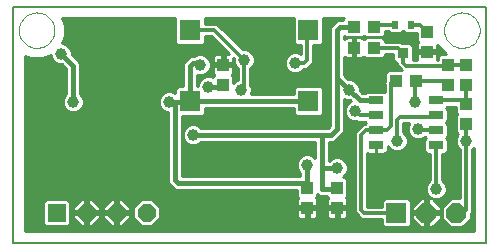
<source format=gbl>
G75*
G70*
%OFA0B0*%
%FSLAX24Y24*%
%IPPOS*%
%LPD*%
%AMOC8*
5,1,8,0,0,1.08239X$1,22.5*
%
%ADD10C,0.0080*%
%ADD11C,0.0000*%
%ADD12R,0.0689X0.0709*%
%ADD13R,0.0500X0.0250*%
%ADD14R,0.0394X0.0433*%
%ADD15R,0.0433X0.0394*%
%ADD16R,0.0354X0.0354*%
%ADD17R,0.0236X0.0276*%
%ADD18R,0.0660X0.0660*%
%ADD19OC8,0.0660*%
%ADD20R,0.0594X0.0594*%
%ADD21OC8,0.0594*%
%ADD22C,0.0100*%
%ADD23C,0.0396*%
%ADD24C,0.0160*%
%ADD25C,0.0120*%
D10*
X004890Y003078D02*
X004890Y010952D01*
X020638Y010952D01*
X020638Y003078D01*
X004890Y003078D01*
D11*
X005086Y010165D02*
X005088Y010213D01*
X005094Y010261D01*
X005104Y010308D01*
X005117Y010354D01*
X005135Y010399D01*
X005155Y010443D01*
X005180Y010485D01*
X005208Y010524D01*
X005238Y010561D01*
X005272Y010595D01*
X005309Y010627D01*
X005347Y010656D01*
X005388Y010681D01*
X005431Y010703D01*
X005476Y010721D01*
X005522Y010735D01*
X005569Y010746D01*
X005617Y010753D01*
X005665Y010756D01*
X005713Y010755D01*
X005761Y010750D01*
X005809Y010741D01*
X005855Y010729D01*
X005900Y010712D01*
X005944Y010692D01*
X005986Y010669D01*
X006026Y010642D01*
X006064Y010612D01*
X006099Y010579D01*
X006131Y010543D01*
X006161Y010505D01*
X006187Y010464D01*
X006209Y010421D01*
X006229Y010377D01*
X006244Y010332D01*
X006256Y010285D01*
X006264Y010237D01*
X006268Y010189D01*
X006268Y010141D01*
X006264Y010093D01*
X006256Y010045D01*
X006244Y009998D01*
X006229Y009953D01*
X006209Y009909D01*
X006187Y009866D01*
X006161Y009825D01*
X006131Y009787D01*
X006099Y009751D01*
X006064Y009718D01*
X006026Y009688D01*
X005986Y009661D01*
X005944Y009638D01*
X005900Y009618D01*
X005855Y009601D01*
X005809Y009589D01*
X005761Y009580D01*
X005713Y009575D01*
X005665Y009574D01*
X005617Y009577D01*
X005569Y009584D01*
X005522Y009595D01*
X005476Y009609D01*
X005431Y009627D01*
X005388Y009649D01*
X005347Y009674D01*
X005309Y009703D01*
X005272Y009735D01*
X005238Y009769D01*
X005208Y009806D01*
X005180Y009845D01*
X005155Y009887D01*
X005135Y009931D01*
X005117Y009976D01*
X005104Y010022D01*
X005094Y010069D01*
X005088Y010117D01*
X005086Y010165D01*
X019260Y010165D02*
X019262Y010213D01*
X019268Y010261D01*
X019278Y010308D01*
X019291Y010354D01*
X019309Y010399D01*
X019329Y010443D01*
X019354Y010485D01*
X019382Y010524D01*
X019412Y010561D01*
X019446Y010595D01*
X019483Y010627D01*
X019521Y010656D01*
X019562Y010681D01*
X019605Y010703D01*
X019650Y010721D01*
X019696Y010735D01*
X019743Y010746D01*
X019791Y010753D01*
X019839Y010756D01*
X019887Y010755D01*
X019935Y010750D01*
X019983Y010741D01*
X020029Y010729D01*
X020074Y010712D01*
X020118Y010692D01*
X020160Y010669D01*
X020200Y010642D01*
X020238Y010612D01*
X020273Y010579D01*
X020305Y010543D01*
X020335Y010505D01*
X020361Y010464D01*
X020383Y010421D01*
X020403Y010377D01*
X020418Y010332D01*
X020430Y010285D01*
X020438Y010237D01*
X020442Y010189D01*
X020442Y010141D01*
X020438Y010093D01*
X020430Y010045D01*
X020418Y009998D01*
X020403Y009953D01*
X020383Y009909D01*
X020361Y009866D01*
X020335Y009825D01*
X020305Y009787D01*
X020273Y009751D01*
X020238Y009718D01*
X020200Y009688D01*
X020160Y009661D01*
X020118Y009638D01*
X020074Y009618D01*
X020029Y009601D01*
X019983Y009589D01*
X019935Y009580D01*
X019887Y009575D01*
X019839Y009574D01*
X019791Y009577D01*
X019743Y009584D01*
X019696Y009595D01*
X019650Y009609D01*
X019605Y009627D01*
X019562Y009649D01*
X019521Y009674D01*
X019483Y009703D01*
X019446Y009735D01*
X019412Y009769D01*
X019382Y009806D01*
X019354Y009845D01*
X019329Y009887D01*
X019309Y009931D01*
X019291Y009976D01*
X019278Y010022D01*
X019268Y010069D01*
X019262Y010117D01*
X019260Y010165D01*
D12*
X014733Y010165D03*
X014733Y007803D03*
X010796Y007803D03*
X010796Y010165D03*
D13*
X016990Y007828D03*
X016990Y007328D03*
X016990Y006828D03*
X016990Y006328D03*
X018990Y006328D03*
X018990Y006828D03*
X018990Y007328D03*
X018990Y007828D03*
D14*
X019390Y008344D03*
X019990Y008344D03*
X019990Y007713D03*
X019990Y007044D03*
X019990Y009013D03*
X019390Y009013D03*
X018690Y009444D03*
X018690Y010113D03*
X011890Y009013D03*
X011890Y008344D03*
X014690Y004913D03*
X015690Y004913D03*
X015690Y004244D03*
X014690Y004244D03*
D15*
X017655Y008478D03*
X018325Y008478D03*
X016925Y009578D03*
X016255Y009578D03*
X016255Y010278D03*
X016925Y010278D03*
D16*
X017890Y009406D03*
D17*
X017634Y010351D03*
X018146Y010351D03*
D18*
X017670Y004078D03*
D19*
X018670Y004078D03*
X019670Y004078D03*
D20*
X006343Y004078D03*
D21*
X007343Y004078D03*
X008343Y004078D03*
X009343Y004078D03*
D22*
X009664Y003768D02*
X017190Y003768D01*
X017190Y003686D02*
X017277Y003598D01*
X018062Y003598D01*
X018150Y003686D01*
X018150Y004470D01*
X018062Y004558D01*
X017277Y004558D01*
X017190Y004470D01*
X017190Y004288D01*
X016700Y004288D01*
X016700Y006059D01*
X016720Y006053D01*
X016978Y006053D01*
X016978Y006316D01*
X017003Y006316D01*
X017003Y006053D01*
X017260Y006053D01*
X017298Y006064D01*
X017332Y006083D01*
X017360Y006111D01*
X017380Y006145D01*
X017390Y006184D01*
X017390Y006293D01*
X017395Y006281D01*
X017493Y006183D01*
X017621Y006130D01*
X017759Y006130D01*
X017887Y006183D01*
X017985Y006281D01*
X018038Y006409D01*
X018038Y006548D01*
X017985Y006676D01*
X017900Y006761D01*
X017900Y007068D01*
X018092Y007068D01*
X018042Y006948D01*
X018042Y006809D01*
X018095Y006681D01*
X018193Y006583D01*
X018321Y006530D01*
X018459Y006530D01*
X018587Y006583D01*
X018618Y006614D01*
X018653Y006578D01*
X018590Y006515D01*
X018590Y006141D01*
X018678Y006053D01*
X018780Y006053D01*
X018780Y005161D01*
X018695Y005076D01*
X018642Y004948D01*
X018642Y004809D01*
X018695Y004681D01*
X018793Y004583D01*
X018853Y004558D01*
X018718Y004558D01*
X018718Y004127D01*
X018621Y004127D01*
X018621Y004558D01*
X018471Y004558D01*
X018190Y004277D01*
X018190Y004127D01*
X018621Y004127D01*
X018621Y004030D01*
X018190Y004030D01*
X018190Y003880D01*
X018471Y003598D01*
X018621Y003598D01*
X018621Y004030D01*
X018718Y004030D01*
X018718Y004127D01*
X019150Y004127D01*
X019150Y004277D01*
X018879Y004547D01*
X018921Y004530D01*
X019059Y004530D01*
X019187Y004583D01*
X019285Y004681D01*
X019338Y004809D01*
X019338Y004948D01*
X019285Y005076D01*
X019200Y005161D01*
X019200Y006053D01*
X019302Y006053D01*
X019390Y006141D01*
X019390Y006515D01*
X019327Y006578D01*
X019390Y006641D01*
X019390Y007015D01*
X019327Y007078D01*
X019390Y007141D01*
X019390Y007515D01*
X019327Y007578D01*
X019367Y007618D01*
X019643Y007618D01*
X019643Y007434D01*
X019699Y007378D01*
X019643Y007322D01*
X019643Y006765D01*
X019714Y006694D01*
X019695Y006676D01*
X019642Y006548D01*
X019642Y006409D01*
X019695Y006281D01*
X019780Y006196D01*
X019780Y004558D01*
X019471Y004558D01*
X019190Y004277D01*
X019190Y003880D01*
X019471Y003598D01*
X019868Y003598D01*
X020150Y003880D01*
X020150Y004041D01*
X020200Y004091D01*
X020200Y006196D01*
X020248Y006244D01*
X020248Y003468D01*
X005280Y003468D01*
X005280Y009312D01*
X005490Y009224D01*
X005865Y009224D01*
X006142Y009339D01*
X006142Y009309D01*
X006195Y009181D01*
X006293Y009083D01*
X006421Y009030D01*
X006513Y009030D01*
X006660Y008883D01*
X006660Y008041D01*
X006595Y007976D01*
X006542Y007848D01*
X006542Y007709D01*
X006595Y007581D01*
X006693Y007483D01*
X006821Y007430D01*
X006959Y007430D01*
X007087Y007483D01*
X007185Y007581D01*
X007238Y007709D01*
X007238Y007848D01*
X007185Y007976D01*
X007120Y008041D01*
X007120Y009074D01*
X006838Y009356D01*
X006838Y009448D01*
X006785Y009576D01*
X006687Y009673D01*
X006559Y009726D01*
X006514Y009726D01*
X006618Y009978D01*
X006618Y010352D01*
X006531Y010562D01*
X010301Y010562D01*
X010301Y009748D01*
X010389Y009661D01*
X011202Y009661D01*
X011290Y009748D01*
X011290Y009968D01*
X011503Y009968D01*
X012092Y009380D01*
X011938Y009380D01*
X011938Y009061D01*
X011842Y009061D01*
X011842Y008965D01*
X011543Y008965D01*
X011543Y008777D01*
X011553Y008739D01*
X011573Y008704D01*
X011599Y008678D01*
X011543Y008622D01*
X011543Y008592D01*
X011459Y008626D01*
X011321Y008626D01*
X011193Y008573D01*
X011095Y008476D01*
X011042Y008348D01*
X011042Y008307D01*
X011026Y008307D01*
X011026Y008684D01*
X011061Y008669D01*
X011200Y008669D01*
X011328Y008722D01*
X011426Y008820D01*
X011479Y008948D01*
X011479Y009087D01*
X011543Y009087D01*
X011543Y009061D02*
X011842Y009061D01*
X011842Y009380D01*
X011673Y009380D01*
X011635Y009369D01*
X011601Y009350D01*
X011573Y009322D01*
X011553Y009287D01*
X011543Y009249D01*
X011543Y009061D01*
X011479Y009087D02*
X011426Y009215D01*
X011328Y009312D01*
X011200Y009365D01*
X011061Y009365D01*
X010933Y009312D01*
X010929Y009308D01*
X010795Y009308D01*
X010660Y009174D01*
X010566Y009079D01*
X010566Y008307D01*
X010389Y008307D01*
X010301Y008219D01*
X010301Y008060D01*
X010287Y008073D01*
X010159Y008126D01*
X010021Y008126D01*
X009893Y008073D01*
X009795Y007976D01*
X009742Y007848D01*
X009742Y007709D01*
X009795Y007581D01*
X009893Y007483D01*
X010021Y007430D01*
X010060Y007430D01*
X010060Y005083D01*
X010195Y004948D01*
X010295Y004848D01*
X014343Y004848D01*
X014343Y004634D01*
X014399Y004578D01*
X014373Y004552D01*
X014353Y004518D01*
X014343Y004480D01*
X014343Y004292D01*
X014642Y004292D01*
X014642Y004195D01*
X014738Y004195D01*
X014738Y003877D01*
X014907Y003877D01*
X014945Y003887D01*
X014979Y003907D01*
X015007Y003935D01*
X015027Y003969D01*
X015037Y004007D01*
X015037Y004195D01*
X014738Y004195D01*
X014738Y004292D01*
X015037Y004292D01*
X015037Y004480D01*
X015027Y004518D01*
X015007Y004552D01*
X014981Y004578D01*
X015037Y004634D01*
X015037Y004706D01*
X015095Y004648D01*
X015343Y004648D01*
X015343Y004634D01*
X015399Y004578D01*
X015373Y004552D01*
X015353Y004518D01*
X015343Y004480D01*
X015343Y004292D01*
X015642Y004292D01*
X015642Y004195D01*
X015738Y004195D01*
X015738Y003877D01*
X015907Y003877D01*
X015945Y003887D01*
X015979Y003907D01*
X016007Y003935D01*
X016027Y003969D01*
X016037Y004007D01*
X016037Y004195D01*
X015738Y004195D01*
X015738Y004292D01*
X016037Y004292D01*
X016037Y004480D01*
X016027Y004518D01*
X016007Y004552D01*
X015981Y004578D01*
X016037Y004634D01*
X016037Y005192D01*
X015949Y005280D01*
X015878Y005280D01*
X015887Y005283D01*
X015985Y005381D01*
X016038Y005509D01*
X016038Y005648D01*
X015985Y005776D01*
X015887Y005873D01*
X015759Y005926D01*
X015621Y005926D01*
X015493Y005873D01*
X015428Y005808D01*
X015420Y005808D01*
X015420Y006448D01*
X015585Y006448D01*
X015785Y006648D01*
X015920Y006783D01*
X015920Y007872D01*
X016021Y007830D01*
X016113Y007830D01*
X016147Y007796D01*
X016093Y007773D01*
X015995Y007676D01*
X015942Y007548D01*
X015942Y007409D01*
X015995Y007281D01*
X016093Y007183D01*
X016221Y007130D01*
X016341Y007130D01*
X016353Y007118D01*
X016613Y007118D01*
X016653Y007078D01*
X016613Y007038D01*
X016553Y007038D01*
X016280Y006765D01*
X016280Y004091D01*
X016380Y003991D01*
X016503Y003868D01*
X017190Y003868D01*
X017190Y003686D01*
X017206Y003669D02*
X009566Y003669D01*
X009528Y003631D02*
X009790Y003893D01*
X009790Y004263D01*
X009528Y004525D01*
X009158Y004525D01*
X008896Y004263D01*
X008896Y003893D01*
X009158Y003631D01*
X009528Y003631D01*
X009763Y003866D02*
X017190Y003866D01*
X017190Y004359D02*
X016700Y004359D01*
X016700Y004457D02*
X017190Y004457D01*
X017275Y004556D02*
X016700Y004556D01*
X016700Y004654D02*
X018722Y004654D01*
X018718Y004556D02*
X018621Y004556D01*
X018621Y004457D02*
X018718Y004457D01*
X018718Y004359D02*
X018621Y004359D01*
X018621Y004260D02*
X018718Y004260D01*
X018718Y004162D02*
X018621Y004162D01*
X018621Y004063D02*
X018150Y004063D01*
X018150Y003965D02*
X018190Y003965D01*
X018203Y003866D02*
X018150Y003866D01*
X018150Y003768D02*
X018301Y003768D01*
X018400Y003669D02*
X018133Y003669D01*
X018621Y003669D02*
X018718Y003669D01*
X018718Y003598D02*
X018868Y003598D01*
X019150Y003880D01*
X019150Y004030D01*
X018718Y004030D01*
X018718Y003598D01*
X018718Y003768D02*
X018621Y003768D01*
X018621Y003866D02*
X018718Y003866D01*
X018718Y003965D02*
X018621Y003965D01*
X018718Y004063D02*
X019190Y004063D01*
X019190Y003965D02*
X019150Y003965D01*
X019136Y003866D02*
X019203Y003866D01*
X019301Y003768D02*
X019038Y003768D01*
X018939Y003669D02*
X019400Y003669D01*
X019939Y003669D02*
X020248Y003669D01*
X020248Y003571D02*
X005280Y003571D01*
X005280Y003669D02*
X005946Y003669D01*
X005984Y003631D02*
X006702Y003631D01*
X006790Y003719D01*
X006790Y004437D01*
X006702Y004525D01*
X005984Y004525D01*
X005896Y004437D01*
X005896Y003719D01*
X005984Y003631D01*
X005896Y003768D02*
X005280Y003768D01*
X005280Y003866D02*
X005896Y003866D01*
X005896Y003965D02*
X005280Y003965D01*
X005280Y004063D02*
X005896Y004063D01*
X005896Y004162D02*
X005280Y004162D01*
X005280Y004260D02*
X005896Y004260D01*
X005896Y004359D02*
X005280Y004359D01*
X005280Y004457D02*
X005916Y004457D01*
X005280Y004556D02*
X014377Y004556D01*
X014343Y004654D02*
X005280Y004654D01*
X005280Y004753D02*
X014343Y004753D01*
X014343Y004457D02*
X009596Y004457D01*
X009694Y004359D02*
X014343Y004359D01*
X014343Y004195D02*
X014343Y004007D01*
X014353Y003969D01*
X014373Y003935D01*
X014401Y003907D01*
X014435Y003887D01*
X014473Y003877D01*
X014642Y003877D01*
X014642Y004195D01*
X014343Y004195D01*
X014343Y004162D02*
X009790Y004162D01*
X009790Y004260D02*
X014642Y004260D01*
X014738Y004260D02*
X015642Y004260D01*
X015642Y004195D02*
X015343Y004195D01*
X015343Y004007D01*
X015353Y003969D01*
X015373Y003935D01*
X015401Y003907D01*
X015435Y003887D01*
X015473Y003877D01*
X015642Y003877D01*
X015642Y004195D01*
X015642Y004162D02*
X015738Y004162D01*
X015738Y004260D02*
X016280Y004260D01*
X016280Y004162D02*
X016037Y004162D01*
X016037Y004063D02*
X016308Y004063D01*
X016380Y003991D02*
X016380Y003991D01*
X016407Y003965D02*
X016024Y003965D01*
X015738Y003965D02*
X015642Y003965D01*
X015642Y004063D02*
X015738Y004063D01*
X015356Y003965D02*
X015024Y003965D01*
X015037Y004063D02*
X015343Y004063D01*
X015343Y004162D02*
X015037Y004162D01*
X015037Y004359D02*
X015343Y004359D01*
X015343Y004457D02*
X015037Y004457D01*
X015003Y004556D02*
X015377Y004556D01*
X015089Y004654D02*
X015037Y004654D01*
X014738Y004162D02*
X014642Y004162D01*
X014642Y004063D02*
X014738Y004063D01*
X014738Y003965D02*
X014642Y003965D01*
X014356Y003965D02*
X009790Y003965D01*
X009790Y004063D02*
X014343Y004063D01*
X016037Y004359D02*
X016280Y004359D01*
X016280Y004457D02*
X016037Y004457D01*
X016003Y004556D02*
X016280Y004556D01*
X016280Y004654D02*
X016037Y004654D01*
X016037Y004753D02*
X016280Y004753D01*
X016280Y004851D02*
X016037Y004851D01*
X016037Y004950D02*
X016280Y004950D01*
X016280Y005048D02*
X016037Y005048D01*
X016037Y005147D02*
X016280Y005147D01*
X016280Y005245D02*
X015983Y005245D01*
X015948Y005344D02*
X016280Y005344D01*
X016280Y005442D02*
X016010Y005442D01*
X016038Y005541D02*
X016280Y005541D01*
X016280Y005639D02*
X016038Y005639D01*
X016001Y005738D02*
X016280Y005738D01*
X016280Y005836D02*
X015924Y005836D01*
X016280Y005935D02*
X015420Y005935D01*
X015420Y006033D02*
X016280Y006033D01*
X016280Y006132D02*
X015420Y006132D01*
X015420Y006230D02*
X016280Y006230D01*
X016280Y006329D02*
X015420Y006329D01*
X015420Y006427D02*
X016280Y006427D01*
X016280Y006526D02*
X015663Y006526D01*
X015761Y006624D02*
X016280Y006624D01*
X016280Y006723D02*
X015860Y006723D01*
X015920Y006821D02*
X016336Y006821D01*
X016435Y006920D02*
X015920Y006920D01*
X015920Y007018D02*
X016533Y007018D01*
X016614Y007117D02*
X015920Y007117D01*
X015920Y007215D02*
X016061Y007215D01*
X015981Y007314D02*
X015920Y007314D01*
X015920Y007412D02*
X015942Y007412D01*
X015942Y007511D02*
X015920Y007511D01*
X015920Y007609D02*
X015968Y007609D01*
X015920Y007708D02*
X016027Y007708D01*
X015920Y007806D02*
X016137Y007806D01*
X016438Y008156D02*
X016535Y008058D01*
X016633Y008058D01*
X016678Y008103D01*
X017280Y008103D01*
X017280Y008373D01*
X017263Y008417D01*
X017280Y008457D01*
X017280Y008500D01*
X017289Y008509D01*
X017289Y008737D01*
X017377Y008825D01*
X017846Y008825D01*
X017780Y008891D01*
X017680Y008991D01*
X017680Y009079D01*
X017651Y009079D01*
X017563Y009167D01*
X017563Y009368D01*
X017291Y009368D01*
X017291Y009319D01*
X017203Y009231D01*
X016646Y009231D01*
X016590Y009287D01*
X016564Y009261D01*
X016530Y009242D01*
X016492Y009231D01*
X016304Y009231D01*
X016304Y009530D01*
X016207Y009530D01*
X016207Y009231D01*
X016019Y009231D01*
X015981Y009242D01*
X015947Y009261D01*
X015920Y009288D01*
X015920Y008674D01*
X016067Y008526D01*
X016159Y008526D01*
X016287Y008473D01*
X016385Y008376D01*
X016438Y008248D01*
X016438Y008156D01*
X016438Y008200D02*
X017280Y008200D01*
X017280Y008299D02*
X016417Y008299D01*
X016363Y008397D02*
X017270Y008397D01*
X017280Y008496D02*
X016233Y008496D01*
X015999Y008594D02*
X017289Y008594D01*
X017289Y008693D02*
X015920Y008693D01*
X015920Y008791D02*
X017343Y008791D01*
X017683Y008988D02*
X015920Y008988D01*
X015920Y008890D02*
X017782Y008890D01*
X017643Y009087D02*
X015920Y009087D01*
X015920Y009185D02*
X017563Y009185D01*
X017563Y009284D02*
X017256Y009284D01*
X017291Y009788D02*
X017291Y009837D01*
X017203Y009925D01*
X016646Y009925D01*
X016590Y009869D01*
X016564Y009895D01*
X016530Y009915D01*
X016492Y009925D01*
X016304Y009925D01*
X016304Y009627D01*
X016207Y009627D01*
X016207Y009925D01*
X016019Y009925D01*
X015981Y009915D01*
X015947Y009895D01*
X015920Y009869D01*
X015920Y009988D01*
X015977Y009931D01*
X016534Y009931D01*
X016590Y009987D01*
X016646Y009931D01*
X017203Y009931D01*
X017291Y010019D01*
X017291Y010141D01*
X017376Y010141D01*
X017454Y010063D01*
X017814Y010063D01*
X017890Y010139D01*
X017966Y010063D01*
X018326Y010063D01*
X018343Y010080D01*
X018343Y009834D01*
X018399Y009778D01*
X018373Y009752D01*
X018353Y009718D01*
X018343Y009680D01*
X018343Y009492D01*
X018642Y009492D01*
X018642Y009395D01*
X018343Y009395D01*
X018343Y009207D01*
X018348Y009188D01*
X018217Y009188D01*
X018217Y009645D01*
X018129Y009733D01*
X017860Y009733D01*
X017805Y009788D01*
X017291Y009788D01*
X017254Y009875D02*
X018343Y009875D01*
X018343Y009973D02*
X017245Y009973D01*
X017291Y010072D02*
X017445Y010072D01*
X017823Y010072D02*
X017957Y010072D01*
X018335Y010072D02*
X018343Y010072D01*
X018397Y009776D02*
X017817Y009776D01*
X018185Y009678D02*
X018343Y009678D01*
X018343Y009579D02*
X018217Y009579D01*
X018217Y009481D02*
X018642Y009481D01*
X018738Y009481D02*
X019205Y009481D01*
X019131Y009380D02*
X019043Y009292D01*
X019043Y009188D01*
X019032Y009188D01*
X019037Y009207D01*
X019037Y009395D01*
X018738Y009395D01*
X018738Y009492D01*
X019037Y009492D01*
X019037Y009672D01*
X019053Y009632D01*
X019306Y009380D01*
X019131Y009380D01*
X019037Y009382D02*
X019303Y009382D01*
X019043Y009284D02*
X019037Y009284D01*
X019037Y009579D02*
X019106Y009579D01*
X018343Y009382D02*
X018217Y009382D01*
X018217Y009284D02*
X018343Y009284D01*
X016594Y009284D02*
X016586Y009284D01*
X016304Y009284D02*
X016207Y009284D01*
X016207Y009382D02*
X016304Y009382D01*
X016304Y009481D02*
X016207Y009481D01*
X016207Y009678D02*
X016304Y009678D01*
X016304Y009776D02*
X016207Y009776D01*
X016207Y009875D02*
X016304Y009875D01*
X016584Y009875D02*
X016596Y009875D01*
X016604Y009973D02*
X016576Y009973D01*
X015935Y009973D02*
X015920Y009973D01*
X015920Y009875D02*
X015926Y009875D01*
X015460Y009875D02*
X015227Y009875D01*
X015227Y009973D02*
X015460Y009973D01*
X015460Y010072D02*
X015227Y010072D01*
X015227Y010170D02*
X015460Y010170D01*
X015460Y010269D02*
X015227Y010269D01*
X015227Y010367D02*
X015554Y010367D01*
X015595Y010408D02*
X015460Y010274D01*
X015460Y006974D01*
X015395Y006908D01*
X011152Y006908D01*
X011087Y006973D01*
X010959Y007026D01*
X010821Y007026D01*
X010693Y006973D01*
X010595Y006876D01*
X010542Y006748D01*
X010542Y006609D01*
X010595Y006481D01*
X010693Y006383D01*
X010821Y006330D01*
X010959Y006330D01*
X011087Y006383D01*
X011152Y006448D01*
X014960Y006448D01*
X014960Y005901D01*
X014887Y005973D01*
X014759Y006026D01*
X014621Y006026D01*
X014493Y005973D01*
X014395Y005876D01*
X014342Y005748D01*
X014342Y005609D01*
X014395Y005481D01*
X014460Y005416D01*
X014460Y005308D01*
X010520Y005308D01*
X010520Y007298D01*
X011202Y007298D01*
X011290Y007386D01*
X011290Y007573D01*
X014238Y007573D01*
X014238Y007386D01*
X014326Y007298D01*
X015139Y007298D01*
X015227Y007386D01*
X015227Y008219D01*
X015139Y008307D01*
X014326Y008307D01*
X014238Y008219D01*
X014238Y008033D01*
X012807Y008033D01*
X012838Y008109D01*
X012838Y008248D01*
X012800Y008340D01*
X012800Y008896D01*
X012885Y008981D01*
X012938Y009109D01*
X012938Y009248D01*
X012885Y009376D01*
X012787Y009473D01*
X012659Y009526D01*
X012539Y009526D01*
X011800Y010265D01*
X011677Y010388D01*
X011290Y010388D01*
X011290Y010562D01*
X014238Y010562D01*
X014238Y009748D01*
X014326Y009661D01*
X014480Y009661D01*
X014480Y009376D01*
X014359Y009426D01*
X014221Y009426D01*
X014093Y009373D01*
X013995Y009276D01*
X013942Y009148D01*
X013942Y009009D01*
X013995Y008881D01*
X014093Y008783D01*
X014221Y008730D01*
X014359Y008730D01*
X014487Y008783D01*
X014572Y008868D01*
X014677Y008868D01*
X014777Y008968D01*
X014900Y009091D01*
X014900Y009661D01*
X015139Y009661D01*
X015227Y009748D01*
X015227Y010562D01*
X015914Y010562D01*
X015889Y010537D01*
X015889Y010508D01*
X015695Y010508D01*
X015595Y010408D01*
X015652Y010466D02*
X015227Y010466D01*
X014238Y010466D02*
X011290Y010466D01*
X011698Y010367D02*
X014238Y010367D01*
X014238Y010269D02*
X011796Y010269D01*
X011895Y010170D02*
X014238Y010170D01*
X014238Y010072D02*
X011993Y010072D01*
X012092Y009973D02*
X014238Y009973D01*
X014238Y009875D02*
X012190Y009875D01*
X012289Y009776D02*
X014238Y009776D01*
X014309Y009678D02*
X012387Y009678D01*
X012486Y009579D02*
X014480Y009579D01*
X014480Y009481D02*
X012769Y009481D01*
X012878Y009382D02*
X014114Y009382D01*
X014003Y009284D02*
X012923Y009284D01*
X012938Y009185D02*
X013958Y009185D01*
X013942Y009087D02*
X012929Y009087D01*
X012888Y008988D02*
X013951Y008988D01*
X013991Y008890D02*
X012800Y008890D01*
X012800Y008791D02*
X014085Y008791D01*
X014495Y008791D02*
X015460Y008791D01*
X015460Y008693D02*
X012800Y008693D01*
X012800Y008594D02*
X015460Y008594D01*
X015460Y008496D02*
X012800Y008496D01*
X012800Y008397D02*
X015460Y008397D01*
X015460Y008299D02*
X015147Y008299D01*
X015227Y008200D02*
X015460Y008200D01*
X015460Y008102D02*
X015227Y008102D01*
X015227Y008003D02*
X015460Y008003D01*
X015460Y007905D02*
X015227Y007905D01*
X015227Y007806D02*
X015460Y007806D01*
X015460Y007708D02*
X015227Y007708D01*
X015227Y007609D02*
X015460Y007609D01*
X015460Y007511D02*
X015227Y007511D01*
X015227Y007412D02*
X015460Y007412D01*
X015460Y007314D02*
X015155Y007314D01*
X015460Y007215D02*
X010520Y007215D01*
X010520Y007117D02*
X015460Y007117D01*
X015460Y007018D02*
X010979Y007018D01*
X010801Y007018D02*
X010520Y007018D01*
X010520Y006920D02*
X010639Y006920D01*
X010572Y006821D02*
X010520Y006821D01*
X010520Y006723D02*
X010542Y006723D01*
X010542Y006624D02*
X010520Y006624D01*
X010520Y006526D02*
X010576Y006526D01*
X010520Y006427D02*
X010649Y006427D01*
X010520Y006329D02*
X014960Y006329D01*
X014960Y006427D02*
X011131Y006427D01*
X011141Y006920D02*
X015406Y006920D01*
X014960Y006230D02*
X010520Y006230D01*
X010520Y006132D02*
X014960Y006132D01*
X014960Y006033D02*
X010520Y006033D01*
X010520Y005935D02*
X014454Y005935D01*
X014379Y005836D02*
X010520Y005836D01*
X010520Y005738D02*
X014342Y005738D01*
X014342Y005639D02*
X010520Y005639D01*
X010520Y005541D02*
X014370Y005541D01*
X014434Y005442D02*
X010520Y005442D01*
X010520Y005344D02*
X014460Y005344D01*
X014926Y005935D02*
X014960Y005935D01*
X015420Y005836D02*
X015456Y005836D01*
X016700Y005836D02*
X018780Y005836D01*
X018780Y005738D02*
X016700Y005738D01*
X016700Y005639D02*
X018780Y005639D01*
X018780Y005541D02*
X016700Y005541D01*
X016700Y005442D02*
X018780Y005442D01*
X018780Y005344D02*
X016700Y005344D01*
X016700Y005245D02*
X018780Y005245D01*
X018766Y005147D02*
X016700Y005147D01*
X016700Y005048D02*
X018684Y005048D01*
X018643Y004950D02*
X016700Y004950D01*
X016700Y004851D02*
X018642Y004851D01*
X018665Y004753D02*
X016700Y004753D01*
X018064Y004556D02*
X018468Y004556D01*
X018370Y004457D02*
X018150Y004457D01*
X018150Y004359D02*
X018271Y004359D01*
X018190Y004260D02*
X018150Y004260D01*
X018150Y004162D02*
X018190Y004162D01*
X018969Y004457D02*
X019370Y004457D01*
X019271Y004359D02*
X019068Y004359D01*
X019150Y004260D02*
X019190Y004260D01*
X019190Y004162D02*
X019150Y004162D01*
X019121Y004556D02*
X019468Y004556D01*
X019258Y004654D02*
X019780Y004654D01*
X019780Y004753D02*
X019315Y004753D01*
X019338Y004851D02*
X019780Y004851D01*
X019780Y004950D02*
X019337Y004950D01*
X019296Y005048D02*
X019780Y005048D01*
X019780Y005147D02*
X019214Y005147D01*
X019200Y005245D02*
X019780Y005245D01*
X019780Y005344D02*
X019200Y005344D01*
X019200Y005442D02*
X019780Y005442D01*
X019780Y005541D02*
X019200Y005541D01*
X019200Y005639D02*
X019780Y005639D01*
X019780Y005738D02*
X019200Y005738D01*
X019200Y005836D02*
X019780Y005836D01*
X019780Y005935D02*
X019200Y005935D01*
X019200Y006033D02*
X019780Y006033D01*
X019780Y006132D02*
X019381Y006132D01*
X019390Y006230D02*
X019746Y006230D01*
X019675Y006329D02*
X019390Y006329D01*
X019390Y006427D02*
X019642Y006427D01*
X019642Y006526D02*
X019380Y006526D01*
X019373Y006624D02*
X019674Y006624D01*
X019685Y006723D02*
X019390Y006723D01*
X019390Y006821D02*
X019643Y006821D01*
X019643Y006920D02*
X019390Y006920D01*
X019387Y007018D02*
X019643Y007018D01*
X019643Y007117D02*
X019366Y007117D01*
X019390Y007215D02*
X019643Y007215D01*
X019643Y007314D02*
X019390Y007314D01*
X019390Y007412D02*
X019665Y007412D01*
X019643Y007511D02*
X019390Y007511D01*
X019358Y007609D02*
X019643Y007609D01*
X018071Y007018D02*
X017900Y007018D01*
X017900Y006920D02*
X018042Y006920D01*
X018042Y006821D02*
X017900Y006821D01*
X017938Y006723D02*
X018078Y006723D01*
X018006Y006624D02*
X018152Y006624D01*
X018038Y006526D02*
X018600Y006526D01*
X018590Y006427D02*
X018038Y006427D01*
X018005Y006329D02*
X018590Y006329D01*
X018590Y006230D02*
X017934Y006230D01*
X017763Y006132D02*
X018599Y006132D01*
X018780Y006033D02*
X016700Y006033D01*
X016700Y005935D02*
X018780Y005935D01*
X017617Y006132D02*
X017372Y006132D01*
X017390Y006230D02*
X017446Y006230D01*
X017003Y006230D02*
X016978Y006230D01*
X016978Y006132D02*
X017003Y006132D01*
X014310Y007314D02*
X011218Y007314D01*
X011290Y007412D02*
X014238Y007412D01*
X014238Y007511D02*
X011290Y007511D01*
X010301Y008102D02*
X010219Y008102D01*
X010301Y008200D02*
X007120Y008200D01*
X007120Y008102D02*
X009961Y008102D01*
X009823Y008003D02*
X007157Y008003D01*
X007214Y007905D02*
X009766Y007905D01*
X009742Y007806D02*
X007238Y007806D01*
X007238Y007708D02*
X009742Y007708D01*
X009783Y007609D02*
X007197Y007609D01*
X007115Y007511D02*
X009865Y007511D01*
X010060Y007412D02*
X005280Y007412D01*
X005280Y007314D02*
X010060Y007314D01*
X010060Y007215D02*
X005280Y007215D01*
X005280Y007117D02*
X010060Y007117D01*
X010060Y007018D02*
X005280Y007018D01*
X005280Y006920D02*
X010060Y006920D01*
X010060Y006821D02*
X005280Y006821D01*
X005280Y006723D02*
X010060Y006723D01*
X010060Y006624D02*
X005280Y006624D01*
X005280Y006526D02*
X010060Y006526D01*
X010060Y006427D02*
X005280Y006427D01*
X005280Y006329D02*
X010060Y006329D01*
X010060Y006230D02*
X005280Y006230D01*
X005280Y006132D02*
X010060Y006132D01*
X010060Y006033D02*
X005280Y006033D01*
X005280Y005935D02*
X010060Y005935D01*
X010060Y005836D02*
X005280Y005836D01*
X005280Y005738D02*
X010060Y005738D01*
X010060Y005639D02*
X005280Y005639D01*
X005280Y005541D02*
X010060Y005541D01*
X010060Y005442D02*
X005280Y005442D01*
X005280Y005344D02*
X010060Y005344D01*
X010060Y005245D02*
X005280Y005245D01*
X005280Y005147D02*
X010060Y005147D01*
X010095Y005048D02*
X005280Y005048D01*
X005280Y004950D02*
X010193Y004950D01*
X010292Y004851D02*
X005280Y004851D01*
X006770Y004457D02*
X007090Y004457D01*
X007158Y004525D02*
X006896Y004263D01*
X006896Y004127D01*
X007294Y004127D01*
X007294Y004030D01*
X006896Y004030D01*
X006896Y003893D01*
X007158Y003631D01*
X007294Y003631D01*
X007294Y004030D01*
X007391Y004030D01*
X007391Y003631D01*
X007528Y003631D01*
X007790Y003893D01*
X007790Y004030D01*
X007391Y004030D01*
X007391Y004127D01*
X007294Y004127D01*
X007294Y004525D01*
X007158Y004525D01*
X007294Y004457D02*
X007391Y004457D01*
X007391Y004525D02*
X007528Y004525D01*
X007790Y004263D01*
X007790Y004127D01*
X007391Y004127D01*
X007391Y004525D01*
X007391Y004359D02*
X007294Y004359D01*
X007294Y004260D02*
X007391Y004260D01*
X007391Y004162D02*
X007294Y004162D01*
X007294Y004063D02*
X006790Y004063D01*
X006790Y003965D02*
X006896Y003965D01*
X006923Y003866D02*
X006790Y003866D01*
X006790Y003768D02*
X007021Y003768D01*
X007120Y003669D02*
X006740Y003669D01*
X007294Y003669D02*
X007391Y003669D01*
X007391Y003768D02*
X007294Y003768D01*
X007294Y003866D02*
X007391Y003866D01*
X007391Y003965D02*
X007294Y003965D01*
X007391Y004063D02*
X008294Y004063D01*
X008294Y004030D02*
X007896Y004030D01*
X007896Y003893D01*
X008158Y003631D01*
X008294Y003631D01*
X008294Y004030D01*
X008294Y004127D01*
X007896Y004127D01*
X007896Y004263D01*
X008158Y004525D01*
X008294Y004525D01*
X008294Y004127D01*
X008391Y004127D01*
X008391Y004525D01*
X008528Y004525D01*
X008790Y004263D01*
X008790Y004127D01*
X008391Y004127D01*
X008391Y004030D01*
X008391Y003631D01*
X008528Y003631D01*
X008790Y003893D01*
X008790Y004030D01*
X008391Y004030D01*
X008294Y004030D01*
X008294Y003965D02*
X008391Y003965D01*
X008391Y004063D02*
X008896Y004063D01*
X008896Y003965D02*
X008790Y003965D01*
X008763Y003866D02*
X008923Y003866D01*
X009021Y003768D02*
X008664Y003768D01*
X008566Y003669D02*
X009120Y003669D01*
X008391Y003669D02*
X008294Y003669D01*
X008294Y003768D02*
X008391Y003768D01*
X008391Y003866D02*
X008294Y003866D01*
X008021Y003768D02*
X007664Y003768D01*
X007566Y003669D02*
X008120Y003669D01*
X007923Y003866D02*
X007763Y003866D01*
X007790Y003965D02*
X007896Y003965D01*
X007896Y004162D02*
X007790Y004162D01*
X007790Y004260D02*
X007896Y004260D01*
X007991Y004359D02*
X007694Y004359D01*
X007596Y004457D02*
X008090Y004457D01*
X008294Y004457D02*
X008391Y004457D01*
X008391Y004359D02*
X008294Y004359D01*
X008294Y004260D02*
X008391Y004260D01*
X008391Y004162D02*
X008294Y004162D01*
X008694Y004359D02*
X008991Y004359D01*
X008896Y004260D02*
X008790Y004260D01*
X008790Y004162D02*
X008896Y004162D01*
X009090Y004457D02*
X008596Y004457D01*
X006991Y004359D02*
X006790Y004359D01*
X006790Y004260D02*
X006896Y004260D01*
X006896Y004162D02*
X006790Y004162D01*
X005280Y003472D02*
X020248Y003472D01*
X020248Y003768D02*
X020038Y003768D01*
X020136Y003866D02*
X020248Y003866D01*
X020248Y003965D02*
X020150Y003965D01*
X020172Y004063D02*
X020248Y004063D01*
X020248Y004162D02*
X020200Y004162D01*
X020200Y004260D02*
X020248Y004260D01*
X020248Y004359D02*
X020200Y004359D01*
X020200Y004457D02*
X020248Y004457D01*
X020248Y004556D02*
X020200Y004556D01*
X020200Y004654D02*
X020248Y004654D01*
X020248Y004753D02*
X020200Y004753D01*
X020200Y004851D02*
X020248Y004851D01*
X020248Y004950D02*
X020200Y004950D01*
X020200Y005048D02*
X020248Y005048D01*
X020248Y005147D02*
X020200Y005147D01*
X020200Y005245D02*
X020248Y005245D01*
X020248Y005344D02*
X020200Y005344D01*
X020200Y005442D02*
X020248Y005442D01*
X020248Y005541D02*
X020200Y005541D01*
X020200Y005639D02*
X020248Y005639D01*
X020248Y005738D02*
X020200Y005738D01*
X020200Y005836D02*
X020248Y005836D01*
X020248Y005935D02*
X020200Y005935D01*
X020200Y006033D02*
X020248Y006033D01*
X020248Y006132D02*
X020200Y006132D01*
X020234Y006230D02*
X020248Y006230D01*
X016676Y008102D02*
X016492Y008102D01*
X015460Y008890D02*
X014699Y008890D01*
X014797Y008988D02*
X015460Y008988D01*
X015460Y009087D02*
X014896Y009087D01*
X014900Y009185D02*
X015460Y009185D01*
X015460Y009284D02*
X014900Y009284D01*
X014900Y009382D02*
X015460Y009382D01*
X015460Y009481D02*
X014900Y009481D01*
X014900Y009579D02*
X015460Y009579D01*
X015460Y009678D02*
X015156Y009678D01*
X015227Y009776D02*
X015460Y009776D01*
X015920Y009284D02*
X015924Y009284D01*
X014480Y009382D02*
X014466Y009382D01*
X014318Y008299D02*
X012817Y008299D01*
X012838Y008200D02*
X014238Y008200D01*
X014238Y008102D02*
X012835Y008102D01*
X012293Y008473D02*
X012237Y008417D01*
X012237Y008622D01*
X012181Y008678D01*
X012207Y008704D01*
X012227Y008739D01*
X012237Y008777D01*
X012237Y008965D01*
X011938Y008965D01*
X011938Y009061D01*
X012237Y009061D01*
X012237Y009235D01*
X012242Y009229D01*
X012242Y009109D01*
X012295Y008981D01*
X012380Y008896D01*
X012380Y008510D01*
X012293Y008473D01*
X012347Y008496D02*
X012237Y008496D01*
X012237Y008594D02*
X012380Y008594D01*
X012380Y008693D02*
X012195Y008693D01*
X012237Y008791D02*
X012380Y008791D01*
X012380Y008890D02*
X012237Y008890D01*
X012292Y008988D02*
X011938Y008988D01*
X011842Y008988D02*
X011479Y008988D01*
X011455Y008890D02*
X011543Y008890D01*
X011543Y008791D02*
X011397Y008791D01*
X011257Y008693D02*
X011585Y008693D01*
X011543Y008594D02*
X011537Y008594D01*
X011243Y008594D02*
X011026Y008594D01*
X011026Y008496D02*
X011115Y008496D01*
X011063Y008397D02*
X011026Y008397D01*
X010566Y008397D02*
X007120Y008397D01*
X007120Y008299D02*
X010381Y008299D01*
X010566Y008496D02*
X007120Y008496D01*
X007120Y008594D02*
X010566Y008594D01*
X010566Y008693D02*
X007120Y008693D01*
X007120Y008791D02*
X010566Y008791D01*
X010566Y008890D02*
X007120Y008890D01*
X007120Y008988D02*
X010566Y008988D01*
X010573Y009087D02*
X007107Y009087D01*
X007008Y009185D02*
X010672Y009185D01*
X010770Y009284D02*
X006910Y009284D01*
X006838Y009382D02*
X012089Y009382D01*
X011991Y009481D02*
X006824Y009481D01*
X006781Y009579D02*
X011892Y009579D01*
X011794Y009678D02*
X011219Y009678D01*
X011290Y009776D02*
X011695Y009776D01*
X011597Y009875D02*
X011290Y009875D01*
X011356Y009284D02*
X011552Y009284D01*
X011543Y009185D02*
X011438Y009185D01*
X011842Y009185D02*
X011938Y009185D01*
X011938Y009087D02*
X011842Y009087D01*
X011842Y009284D02*
X011938Y009284D01*
X012237Y009185D02*
X012242Y009185D01*
X012237Y009087D02*
X012251Y009087D01*
X010372Y009678D02*
X006677Y009678D01*
X006535Y009776D02*
X010301Y009776D01*
X010301Y009875D02*
X006575Y009875D01*
X006616Y009973D02*
X010301Y009973D01*
X010301Y010072D02*
X006618Y010072D01*
X006618Y010170D02*
X010301Y010170D01*
X010301Y010269D02*
X006618Y010269D01*
X006612Y010367D02*
X010301Y010367D01*
X010301Y010466D02*
X006571Y010466D01*
X006152Y009284D02*
X006008Y009284D01*
X006193Y009185D02*
X005280Y009185D01*
X005280Y009087D02*
X006289Y009087D01*
X006555Y008988D02*
X005280Y008988D01*
X005280Y008890D02*
X006653Y008890D01*
X006660Y008791D02*
X005280Y008791D01*
X005280Y008693D02*
X006660Y008693D01*
X006660Y008594D02*
X005280Y008594D01*
X005280Y008496D02*
X006660Y008496D01*
X006660Y008397D02*
X005280Y008397D01*
X005280Y008299D02*
X006660Y008299D01*
X006660Y008200D02*
X005280Y008200D01*
X005280Y008102D02*
X006660Y008102D01*
X006623Y008003D02*
X005280Y008003D01*
X005280Y007905D02*
X006566Y007905D01*
X006542Y007806D02*
X005280Y007806D01*
X005280Y007708D02*
X006542Y007708D01*
X006583Y007609D02*
X005280Y007609D01*
X005280Y007511D02*
X006665Y007511D01*
X005347Y009284D02*
X005280Y009284D01*
D23*
X006490Y009378D03*
X007890Y009978D03*
X009390Y009978D03*
X011131Y009017D03*
X011390Y008278D03*
X012490Y008178D03*
X013890Y007378D03*
X015590Y006278D03*
X015690Y005578D03*
X014690Y005678D03*
X012890Y004078D03*
X011590Y004078D03*
X010190Y004078D03*
X007990Y006278D03*
X008590Y007778D03*
X010090Y007778D03*
X010890Y006678D03*
X006890Y007778D03*
X005890Y007828D03*
X012290Y010278D03*
X012590Y009178D03*
X014290Y009078D03*
X015290Y009178D03*
X016090Y008878D03*
X016090Y008178D03*
X016290Y007478D03*
X017690Y006478D03*
X018390Y006878D03*
X019490Y007078D03*
X019990Y006478D03*
X019490Y005378D03*
X018990Y004878D03*
X017390Y005378D03*
X015190Y003778D03*
X018290Y007778D03*
D24*
X016990Y007828D02*
X016440Y007828D01*
X016090Y008178D01*
X015690Y008578D01*
X015690Y006878D01*
X015490Y006678D01*
X015190Y006678D01*
X015190Y005578D01*
X015690Y005578D01*
X015190Y005578D02*
X015190Y004878D01*
X015655Y004878D01*
X015690Y004913D01*
X014690Y004913D02*
X014690Y005078D01*
X010390Y005078D01*
X010290Y005178D01*
X010290Y007778D01*
X010771Y007778D01*
X010796Y007803D01*
X010796Y008984D01*
X010890Y009078D01*
X011070Y009078D01*
X011131Y009017D01*
X011390Y008278D02*
X011825Y008278D01*
X011890Y008344D01*
X010796Y007803D02*
X014733Y007803D01*
X014498Y008038D01*
X015690Y008578D02*
X015690Y010178D01*
X015790Y010278D01*
X016255Y010278D01*
X015190Y006678D02*
X010890Y006678D01*
X010290Y007778D02*
X010090Y007778D01*
X006890Y007778D02*
X006890Y008978D01*
X006490Y009378D01*
X014690Y005678D02*
X014690Y005078D01*
D25*
X016490Y004178D02*
X016590Y004078D01*
X017670Y004078D01*
X016490Y004178D02*
X016490Y006678D01*
X016640Y006828D01*
X016990Y006828D01*
X017340Y006828D01*
X017490Y006978D01*
X017490Y008413D01*
X017655Y008478D01*
X018290Y008444D02*
X018325Y008478D01*
X019255Y008478D01*
X019390Y008344D01*
X019990Y008344D02*
X019990Y007713D01*
X019875Y007828D01*
X018990Y007828D01*
X018990Y007328D02*
X018940Y007278D01*
X017790Y007278D01*
X017690Y007178D01*
X017690Y006478D01*
X018390Y006878D02*
X018440Y006828D01*
X018990Y006828D01*
X018990Y006328D02*
X018990Y004878D01*
X019890Y004078D02*
X019990Y004178D01*
X019990Y006478D01*
X019990Y007044D01*
X018290Y007778D02*
X018290Y008444D01*
X017990Y008978D02*
X019355Y008978D01*
X019390Y009013D01*
X019990Y009013D01*
X018690Y010113D02*
X018452Y010351D01*
X018146Y010351D01*
X017634Y010351D02*
X016997Y010351D01*
X016925Y010278D01*
X016925Y009578D02*
X017718Y009578D01*
X017890Y009406D01*
X017890Y009078D01*
X017990Y008978D01*
X016440Y007328D02*
X016290Y007478D01*
X016440Y007328D02*
X016990Y007328D01*
X014690Y009178D02*
X014590Y009078D01*
X014290Y009078D01*
X014690Y009178D02*
X014690Y010122D01*
X014733Y010165D01*
X012590Y009178D02*
X011590Y010178D01*
X010809Y010178D01*
X010796Y010165D01*
X012590Y009178D02*
X012590Y008278D01*
X012490Y008178D01*
X019670Y004078D02*
X019890Y004078D01*
M02*

</source>
